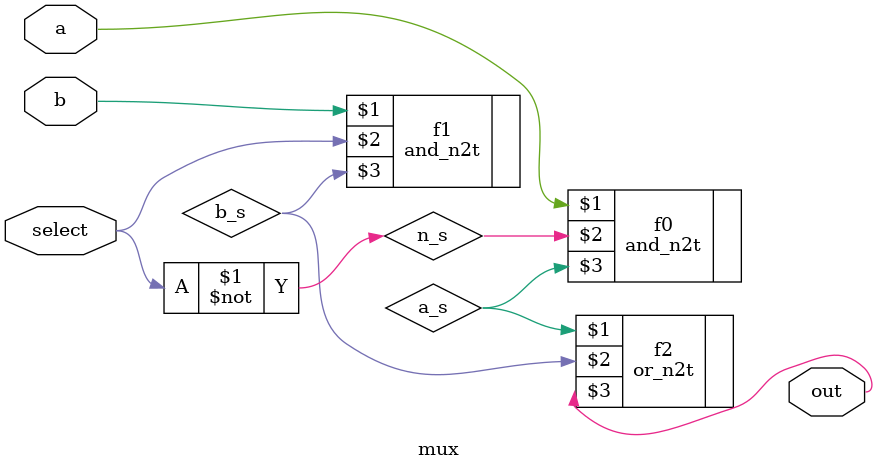
<source format=sv>
`ifndef and_n2t
  `include "and_n2t.sv"
`endif
`define mux 1

module mux(
    input  a,
    input  b,
    input  select,
    output out
);
  wire a_s;
  wire b_s;
  wire n_s; // Not s

  not(n_s, select);
  and_n2t f0(a, n_s, a_s);
  and_n2t f1(b, select, b_s);
  or_n2t  f2(a_s, b_s, out);
endmodule

</source>
